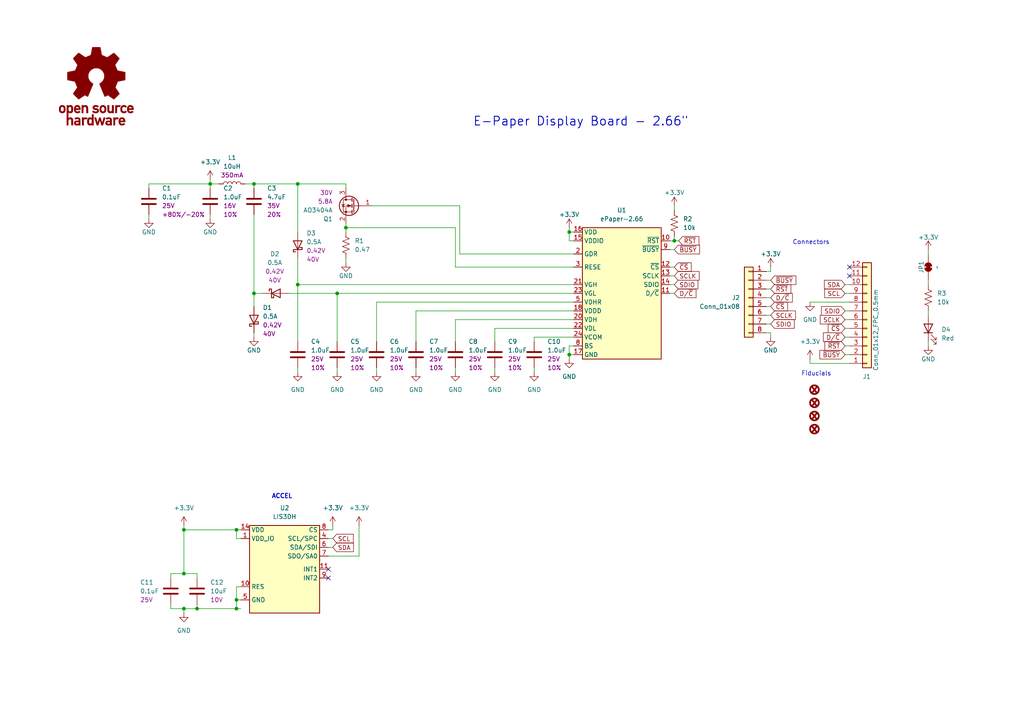
<source format=kicad_sch>
(kicad_sch (version 20231120) (generator "eeschema") (generator_version "8.0")
  (paper "A4")
  (title_block (title "Home Air Epaper Display Schematic") (rev "3.0") (comment 1 "Author: Anton Vandeberge"))
  (lib_symbols
    (symbol "SparkFun-Aesthetic:Fiducial_0.5mm"
      (symbol "Fiducial_0.5mm_1_1"
        (text "x" (at 0 0.254 0) (effects (font (size 2.5 2.5) (bold yes))))
      )
    )
    (symbol "SparkFun-Aesthetic:OSHW_Logo" (pin_names (offset 1.016)) (in_bom no))
    (symbol "SparkFun-Capacitor:0.1uF_0603_25V_20%" (pin_numbers hide) (pin_names (offset 0.254))
      (property "Reference" "C" (at 0.635 2.54 0))
      (property "Value" "0.1uF" (at 0.635 -2.54 0))
      (property "Voltage" "25V" (at 0 -6.35 0))
      (property "Tolerance" "+80%/-20%" (at 0 -8.89 0))
      (symbol "0.1uF_0603_25V_20%_1_1"
        (pin passive line (at 0 3.81 270) (length 2.794) (name "~") (number "1"))
        (pin passive line (at 0 -3.81 90) (length 2.794) (name "~") (number "2"))
      )
    )
    (symbol "SparkFun-Capacitor:1.0uF_0603_16V_10%" (pin_numbers hide) (pin_names (offset 0.254))
      (property "Reference" "C" (at 0.635 2.54 0))
      (property "Value" "1.0uF" (at 0.635 -2.54 0))
      (property "Voltage" "16V" (at 0 -6.35 0))
      (property "Tolerance" "10%" (at 0 -8.89 0))
      (symbol "1.0uF_0603_16V_10%_1_1"
        (pin passive line (at 0 3.81 270) (length 2.794) (name "~") (number "1"))
        (pin passive line (at 0 -3.81 90) (length 2.794) (name "~") (number "2"))
      )
    )
    (symbol "SparkFun-Capacitor:1.0uF_0805_25V_10%" (pin_numbers hide) (pin_names (offset 0.254))
      (property "Reference" "C" (at 0.635 2.54 0))
      (property "Value" "1.0uF" (at 0.635 -2.54 0))
      (property "Voltage" "25V" (at 0 -6.35 0))
      (property "Tolerance" "10%" (at 0 -8.89 0))
      (symbol "1.0uF_0805_25V_10%_1_1"
        (pin passive line (at 0 3.81 270) (length 2.794) (name "~") (number "1"))
        (pin passive line (at 0 -3.81 90) (length 2.794) (name "~") (number "2"))
      )
    )
    (symbol "SparkFun-Capacitor:10uF_0603_10V_20%" (pin_numbers hide) (pin_names (offset 0.254))
      (property "Reference" "C" (at 0.635 2.54 0))
      (property "Value" "10uF" (at 0.635 -2.54 0))
      (property "Voltage" "10V" (at 0 -6.35 0))
      (property "Tolerance" "20%" (at 0 -8.89 0))
      (symbol "10uF_0603_10V_20%_1_1"
        (pin passive line (at 0 3.81 270) (length 2.794) (name "~") (number "1"))
        (pin passive line (at 0 -3.81 90) (length 2.794) (name "~") (number "2"))
      )
    )
    (symbol "SparkFun-Capacitor:4.7uF_0603_35V_20%" (pin_numbers hide) (pin_names (offset 0.254))
      (property "Reference" "C" (at 0.635 2.54 0))
      (property "Value" "4.7uF" (at 0.635 -2.54 0))
      (property "Voltage" "35V" (at 0 -6.35 0))
      (property "Tolerance" "20%" (at 0 -8.89 0))
      (symbol "4.7uF_0603_35V_20%_1_1"
        (pin passive line (at 0 3.81 270) (length 2.794) (name "~") (number "1"))
        (pin passive line (at 0 -3.81 90) (length 2.794) (name "~") (number "2"))
      )
    )
    (symbol "SparkFun-Coil:10uH_0805_0.35A" (pin_numbers hide) (pin_names (offset 1.016) hide)
      (property "Reference" "L" (at 0 2.54 0))
      (property "Value" "10uH" (at 0 -1.27 0))
      (property "Current" "350mA" (at 0 -3.81 0))
      (symbol "10uH_0805_0.35A_1_1"
        (pin passive line (at -3.81 0 0) (length 1.27) (name "1") (number "1"))
        (pin passive line (at 3.81 0 180) (length 1.27) (name "2") (number "2"))
      )
    )
    (symbol "SparkFun-Connector:Conn_01x08" (pin_names (offset 1.016) hide)
      (property "Reference" "J" (at 0 10.16 0))
      (property "Value" "Conn_01x08" (at 0 -12.7 0))
      (symbol "Conn_01x08_1_1"
        (pin passive line (at -5.08 7.62 0) (length 3.81) (name "Pin_1") (number "1"))
        (pin passive line (at -5.08 5.08 0) (length 3.81) (name "Pin_2") (number "2"))
        (pin passive line (at -5.08 2.54 0) (length 3.81) (name "Pin_3") (number "3"))
        (pin passive line (at -5.08 0 0) (length 3.81) (name "Pin_4") (number "4"))
        (pin passive line (at -5.08 -2.54 0) (length 3.81) (name "Pin_5") (number "5"))
        (pin passive line (at -5.08 -5.08 0) (length 3.81) (name "Pin_6") (number "6"))
        (pin passive line (at -5.08 -7.62 0) (length 3.81) (name "Pin_7") (number "7"))
        (pin passive line (at -5.08 -10.16 0) (length 3.81) (name "Pin_8") (number "8"))
      )
    )
    (symbol "SparkFun-Connector:Conn_01x12_FPC_0.5mm" (pin_names (offset 1.016) hide)
      (property "Reference" "J" (at 0 15.24 0))
      (property "Value" "Conn_01x12_FPC_0.5mm" (at 0 -17.78 0))
      (symbol "Conn_01x12_FPC_0.5mm_1_1"
        (pin passive line (at -5.08 12.7 0) (length 3.81) (name "Pin_1") (number "1"))
        (pin passive line (at -5.08 -10.16 0) (length 3.81) (name "Pin_10") (number "10"))
        (pin passive line (at -5.08 -12.7 0) (length 3.81) (name "Pin_11") (number "11"))
        (pin passive line (at -5.08 -15.24 0) (length 3.81) (name "Pin_12") (number "12"))
        (pin passive line (at -5.08 10.16 0) (length 3.81) (name "Pin_2") (number "2"))
        (pin passive line (at -5.08 7.62 0) (length 3.81) (name "Pin_3") (number "3"))
        (pin passive line (at -5.08 5.08 0) (length 3.81) (name "Pin_4") (number "4"))
        (pin passive line (at -5.08 2.54 0) (length 3.81) (name "Pin_5") (number "5"))
        (pin passive line (at -5.08 0 0) (length 3.81) (name "Pin_6") (number "6"))
        (pin passive line (at -5.08 -2.54 0) (length 3.81) (name "Pin_7") (number "7"))
        (pin passive line (at -5.08 -5.08 0) (length 3.81) (name "Pin_8") (number "8"))
        (pin passive line (at -5.08 -7.62 0) (length 3.81) (name "Pin_9") (number "9"))
      )
    )
    (symbol "SparkFun-DiscreteSemi:D_Schottky_0.5A_40V_0.42V" (pin_numbers hide) (pin_names (offset 1.016) hide)
      (property "Reference" "D" (at 0 2.54 0))
      (property "Value" "0.5A" (at 0 -2.54 0))
      (property "VDrop" "0.42V" (at 0 -7.62 0))
      (property "VMax" "40V" (at 0 -5.08 0))
      (symbol "D_Schottky_0.5A_40V_0.42V_1_1"
        (pin passive line (at 3.81 0 180) (length 2.54) (name "A") (number "A"))
        (pin passive line (at -3.81 0 0) (length 2.54) (name "C") (number "C"))
      )
    )
    (symbol "SparkFun-DiscreteSemi:Q_NMOS_5.8A_50V" (pin_names (offset 0) hide)
      (property "Reference" "Q" (at 5.08 1.27 0))
      (property "Value" "AO3404A" (at 5.08 -1.27 0))
      (property "IMax" "5.8A" (at 7.62 -3.81 0))
      (property "VMax" "30V" (at 7.62 -6.35 0))
      (symbol "Q_NMOS_5.8A_50V_1_1"
        (pin input line (at -5.08 0 0) (length 2.54) (name "G") (number "1"))
        (pin passive line (at 2.54 -5.08 90) (length 2.54) (name "S") (number "2"))
        (pin passive line (at 2.54 5.08 270) (length 2.54) (name "D") (number "3"))
      )
    )
    (symbol "SparkFun-Display:ePaper-2.66"
      (property "Reference" "U1" (at 0 22.86 0))
      (property "Value" "ePaper-2.66" (at 0 20.32 0))
      (symbol "ePaper-2.66_1_1"
        (pin no_connect line (at 11.43 -8.89 180) (length 2.54) hide (name "NC") (number "1"))
        (pin input line (at 13.97 13.97 180) (length 2.54) (name "~{RST}") (number "10"))
        (pin input line (at 13.97 -1.27 180) (length 2.54) (name "D/~{C}") (number "11"))
        (pin input line (at 13.97 6.35 180) (length 2.54) (name "~{CS}") (number "12"))
        (pin input line (at 13.97 3.81 180) (length 2.54) (name "SCLK") (number "13"))
        (pin bidirectional line (at 13.97 1.27 180) (length 2.54) (name "SDIO") (number "14"))
        (pin power_in line (at -13.97 13.97 0) (length 2.54) (name "VDDIO") (number "15"))
        (pin power_in line (at -13.97 16.51 0) (length 2.54) (name "VDD") (number "16"))
        (pin power_out line (at -13.97 -19.05 0) (length 2.54) (name "GND") (number "17"))
        (pin power_in line (at -13.97 -6.35 0) (length 2.54) (name "VDDD") (number "18"))
        (pin no_connect line (at 11.43 -19.05 180) (length 2.54) hide (name "NC") (number "19"))
        (pin output line (at -13.97 10.16 0) (length 2.54) (name "GDR") (number "2"))
        (pin power_in line (at -13.97 -8.89 0) (length 2.54) (name "VDH") (number "20"))
        (pin power_in line (at -13.97 1.27 0) (length 2.54) (name "VGH") (number "21"))
        (pin power_in line (at -13.97 -11.43 0) (length 2.54) (name "VDL") (number "22"))
        (pin power_in line (at -13.97 -1.27 0) (length 2.54) (name "VGL") (number "23"))
        (pin power_in line (at -13.97 -13.97 0) (length 2.54) (name "VCOM") (number "24"))
        (pin input line (at -13.97 6.35 0) (length 2.54) (name "RESE") (number "3"))
        (pin no_connect line (at 11.43 -11.43 180) (length 2.54) hide (name "NC") (number "4"))
        (pin power_in line (at -13.97 -3.81 0) (length 2.54) (name "VDHR") (number "5"))
        (pin no_connect line (at 11.43 -13.97 180) (length 2.54) hide (name "NC") (number "6"))
        (pin no_connect line (at 11.43 -16.51 180) (length 2.54) hide (name "NC") (number "7"))
        (pin input line (at -13.97 -16.51 0) (length 2.54) (name "BS") (number "8"))
        (pin output line (at 13.97 11.43 180) (length 2.54) (name "~{BUSY}") (number "9"))
      )
    )
    (symbol "SparkFun-Jumper:SolderJumper_2_Bridged" (pin_numbers hide) (pin_names (offset 0) hide)
      (property "Reference" "JP" (at 0 2.032 0))
      (property "Value" "~" (at 0 -2.54 0))
      (symbol "SolderJumper_2_Bridged_1_1"
        (pin passive line (at -3.81 0 0) (length 2.54) (name "A") (number "1"))
        (pin passive line (at 3.81 0 180) (length 2.54) (name "B") (number "2"))
      )
    )
    (symbol "SparkFun-LED:LED_Red_0603" (pin_numbers hide) (pin_names (offset 1.016) hide)
      (property "Reference" "D" (at 0 2.54 0))
      (property "Value" "Red" (at 0 -2.54 0))
      (symbol "LED_Red_0603_1_1"
        (pin passive line (at -3.81 0 0) (length 2.54) (name "K") (number "1"))
        (pin passive line (at 3.81 0 180) (length 2.54) (name "A") (number "2"))
      )
    )
    (symbol "SparkFun-PowerSymbol:+3.3V" (power) (pin_names (offset 0))
      (property "Value" "+3.3V" (at 0 3.556 0))
      (symbol "+3.3V_1_1"
        (pin power_in line (at 0 0 90) (length 0) hide (name "+3.3V") (number "1"))
      )
    )
    (symbol "SparkFun-PowerSymbol:GND" (power) (pin_names (offset 0))
      (property "Value" "GND" (at 0 -3.81 0))
      (symbol "GND_1_1"
        (pin power_in line (at 0 0 270) (length 0) hide (name "GND") (number "1"))
      )
    )
    (symbol "SparkFun-Resistor:0.47_0603" (pin_numbers hide) (pin_names (offset 0))
      (property "Reference" "R" (at 2.54 0 90))
      (property "Value" "0.47" (at -2.54 0 90))
      (symbol "0.47_0603_1_1"
        (pin passive line (at 0 3.81 270) (length 1.27) (name "~") (number "1"))
        (pin passive line (at 0 -3.81 90) (length 1.27) (name "~") (number "2"))
      )
    )
    (symbol "SparkFun-Resistor:10k_0603" (pin_numbers hide) (pin_names (offset 0))
      (property "Reference" "R" (at 2.54 0 90))
      (property "Value" "10k" (at -2.54 0 90))
      (symbol "10k_0603_1_1"
        (pin passive line (at 0 3.81 270) (length 1.27) (name "~") (number "1"))
        (pin passive line (at 0 -3.81 90) (length 1.27) (name "~") (number "2"))
      )
    )
    (symbol "SparkFun-Sensor:LIS3DH"
      (property "Reference" "U2" (at 0 17.78 0))
      (property "Value" "LIS3DH" (at 0 15.24 0))
      (symbol "LIS3DH_1_1"
        (pin power_in line (at -12.7 8.89 0) (length 2.54) (name "VDD_IO") (number "1"))
        (pin power_in line (at -12.7 -5.08 0) (length 2.54) (name "RES") (number "10"))
        (pin output line (at 12.7 0 180) (length 2.54) (name "INT1") (number "11"))
        (pin power_in line (at -12.7 -8.89 0) (length 2.54) hide (name "GND") (number "12"))
        (pin input line (at 12.7 -11.43 180) (length 2.54) hide (name "ADC3") (number "13"))
        (pin power_in line (at -12.7 11.43 0) (length 2.54) (name "VDD") (number "14"))
        (pin input line (at 12.7 -8.89 180) (length 2.54) hide (name "ADC2") (number "15"))
        (pin input line (at 12.7 -6.35 180) (length 2.54) hide (name "ADC1") (number "16"))
        (pin no_connect line (at 10.16 5.08 180) (length 2.54) hide (name "NC") (number "2"))
        (pin no_connect line (at 10.16 7.62 180) (length 2.54) hide (name "NC") (number "3"))
        (pin input line (at 12.7 8.89 180) (length 2.54) (name "SCL/SPC") (number "4"))
        (pin power_in line (at -12.7 -8.89 0) (length 2.54) (name "GND") (number "5"))
        (pin bidirectional line (at 12.7 6.35 180) (length 2.54) (name "SDA/SDI") (number "6"))
        (pin bidirectional line (at 12.7 3.81 180) (length 2.54) (name "SDO/SA0") (number "7"))
        (pin input line (at 12.7 11.43 180) (length 2.54) (name "CS") (number "8"))
        (pin output line (at 12.7 -2.54 180) (length 2.54) (name "INT2") (number "9"))
      )
    )
    (symbol "power:+3.3V" (power) (pin_names (offset 0))
      (property "Value" "+3.3V" (at 0 3.556 0))
      (symbol "+3.3V_1_1"
        (pin power_in line (at 0 0 90) (length 0) hide (name "+3.3V") (number "1"))
      )
    )
    (symbol "power:GND" (power) (pin_names (offset 0))
      (property "Value" "GND" (at 0 -3.81 0))
      (symbol "GND_1_1"
        (pin power_in line (at 0 0 270) (length 0) hide (name "GND") (number "1"))
      )
    )
  )
  (junction (at 53.34 153.67))
  (junction (at 97.79 85.09))
  (junction (at 73.66 85.09))
  (junction (at 73.66 53.34))
  (junction (at 60.96 53.34))
  (junction (at 165.1 67.31))
  (junction (at 165.1 102.87))
  (junction (at 86.36 53.34))
  (junction (at 195.58 69.85))
  (junction (at 57.15 176.53))
  (junction (at 68.58 153.67))
  (junction (at 68.58 173.99))
  (junction (at 68.58 176.53))
  (junction (at 100.33 66.04))
  (junction (at 53.34 176.53))
  (junction (at 53.34 166.37))
  (junction (at 86.36 82.55))
  (no_connect (at 246.38 80.01))
  (no_connect (at 95.25 167.64))
  (no_connect (at 95.25 165.1))
  (no_connect (at 246.38 77.47))
  (wire (pts (xy 53.34 153.67) (xy 53.34 166.37)))
  (wire (pts (xy 269.24 82.55) (xy 269.24 81.28)))
  (wire (pts (xy 68.58 156.21) (xy 69.85 156.21)))
  (wire (pts (xy 120.65 107.95) (xy 120.65 106.68)))
  (wire (pts (xy 165.1 100.33) (xy 165.1 102.87)))
  (wire (pts (xy 133.35 59.69) (xy 107.95 59.69)))
  (wire (pts (xy 83.82 85.09) (xy 97.79 85.09)))
  (wire (pts (xy 133.35 73.66) (xy 133.35 59.69)))
  (wire (pts (xy 100.33 64.77) (xy 100.33 66.04)))
  (wire (pts (xy 60.96 52.07) (xy 60.96 53.34)))
  (wire (pts (xy 96.52 152.4) (xy 96.52 153.67)))
  (wire (pts (xy 166.37 97.79) (xy 154.94 97.79)))
  (wire (pts (xy 109.22 107.95) (xy 109.22 106.68)))
  (wire (pts (xy 269.24 91.44) (xy 269.24 90.17)))
  (wire (pts (xy 86.36 82.55) (xy 86.36 99.06)))
  (wire (pts (xy 132.08 66.04) (xy 132.08 77.47)))
  (wire (pts (xy 60.96 53.34) (xy 43.18 53.34)))
  (wire (pts (xy 194.31 69.85) (xy 195.58 69.85)))
  (wire (pts (xy 57.15 175.26) (xy 57.15 176.53)))
  (wire (pts (xy 166.37 69.85) (xy 165.1 69.85)))
  (wire (pts (xy 234.95 87.63) (xy 246.38 87.63)))
  (wire (pts (xy 68.58 170.18) (xy 68.58 173.99)))
  (wire (pts (xy 223.52 77.47) (xy 223.52 78.74)))
  (wire (pts (xy 194.31 72.39) (xy 195.58 72.39)))
  (wire (pts (xy 166.37 95.25) (xy 143.51 95.25)))
  (wire (pts (xy 53.34 176.53) (xy 53.34 177.8)))
  (wire (pts (xy 143.51 107.95) (xy 143.51 106.68)))
  (wire (pts (xy 165.1 102.87) (xy 165.1 104.14)))
  (wire (pts (xy 223.52 96.52) (xy 223.52 97.79)))
  (wire (pts (xy 68.58 173.99) (xy 69.85 173.99)))
  (wire (pts (xy 100.33 53.34) (xy 86.36 53.34)))
  (wire (pts (xy 234.95 105.41) (xy 234.95 104.14)))
  (wire (pts (xy 245.11 90.17) (xy 246.38 90.17)))
  (wire (pts (xy 166.37 90.17) (xy 120.65 90.17)))
  (wire (pts (xy 269.24 99.06) (xy 269.24 100.33)))
  (wire (pts (xy 222.25 93.98) (xy 223.52 93.98)))
  (wire (pts (xy 95.25 161.29) (xy 104.14 161.29)))
  (wire (pts (xy 154.94 97.79) (xy 154.94 99.06)))
  (wire (pts (xy 104.14 152.4) (xy 104.14 161.29)))
  (wire (pts (xy 245.11 92.71) (xy 246.38 92.71)))
  (wire (pts (xy 63.5 53.34) (xy 60.96 53.34)))
  (wire (pts (xy 166.37 85.09) (xy 97.79 85.09)))
  (wire (pts (xy 132.08 92.71) (xy 166.37 92.71)))
  (wire (pts (xy 95.25 158.75) (xy 96.52 158.75)))
  (wire (pts (xy 49.53 176.53) (xy 53.34 176.53)))
  (wire (pts (xy 222.25 83.82) (xy 223.52 83.82)))
  (wire (pts (xy 53.34 176.53) (xy 57.15 176.53)))
  (wire (pts (xy 194.31 85.09) (xy 195.58 85.09)))
  (wire (pts (xy 245.11 85.09) (xy 246.38 85.09)))
  (wire (pts (xy 73.66 54.61) (xy 73.66 53.34)))
  (wire (pts (xy 100.33 66.04) (xy 132.08 66.04)))
  (wire (pts (xy 68.58 153.67) (xy 68.58 156.21)))
  (wire (pts (xy 222.25 91.44) (xy 223.52 91.44)))
  (wire (pts (xy 100.33 54.61) (xy 100.33 53.34)))
  (wire (pts (xy 165.1 67.31) (xy 165.1 69.85)))
  (wire (pts (xy 57.15 166.37) (xy 53.34 166.37)))
  (wire (pts (xy 68.58 173.99) (xy 68.58 176.53)))
  (wire (pts (xy 68.58 176.53) (xy 69.85 176.53)))
  (wire (pts (xy 73.66 85.09) (xy 76.2 85.09)))
  (wire (pts (xy 109.22 87.63) (xy 109.22 99.06)))
  (wire (pts (xy 166.37 73.66) (xy 133.35 73.66)))
  (wire (pts (xy 195.58 59.69) (xy 195.58 60.96)))
  (wire (pts (xy 71.12 53.34) (xy 73.66 53.34)))
  (wire (pts (xy 166.37 100.33) (xy 165.1 100.33)))
  (wire (pts (xy 245.11 95.25) (xy 246.38 95.25)))
  (wire (pts (xy 69.85 153.67) (xy 68.58 153.67)))
  (wire (pts (xy 245.11 82.55) (xy 246.38 82.55)))
  (wire (pts (xy 86.36 107.95) (xy 86.36 106.68)))
  (wire (pts (xy 194.31 82.55) (xy 195.58 82.55)))
  (wire (pts (xy 73.66 53.34) (xy 86.36 53.34)))
  (wire (pts (xy 73.66 85.09) (xy 73.66 88.9)))
  (wire (pts (xy 222.25 81.28) (xy 223.52 81.28)))
  (wire (pts (xy 97.79 85.09) (xy 97.79 99.06)))
  (wire (pts (xy 166.37 77.47) (xy 132.08 77.47)))
  (wire (pts (xy 195.58 68.58) (xy 195.58 69.85)))
  (wire (pts (xy 68.58 153.67) (xy 53.34 153.67)))
  (wire (pts (xy 166.37 102.87) (xy 165.1 102.87)))
  (wire (pts (xy 245.11 100.33) (xy 246.38 100.33)))
  (wire (pts (xy 60.96 63.5) (xy 60.96 62.23)))
  (wire (pts (xy 53.34 166.37) (xy 49.53 166.37)))
  (wire (pts (xy 222.25 88.9) (xy 223.52 88.9)))
  (wire (pts (xy 43.18 53.34) (xy 43.18 54.61)))
  (wire (pts (xy 53.34 152.4) (xy 53.34 153.67)))
  (wire (pts (xy 132.08 92.71) (xy 132.08 99.06)))
  (wire (pts (xy 49.53 166.37) (xy 49.53 167.64)))
  (wire (pts (xy 165.1 66.04) (xy 165.1 67.31)))
  (wire (pts (xy 143.51 95.25) (xy 143.51 99.06)))
  (wire (pts (xy 69.85 170.18) (xy 68.58 170.18)))
  (wire (pts (xy 195.58 69.85) (xy 196.85 69.85)))
  (wire (pts (xy 100.33 66.04) (xy 100.33 67.31)))
  (wire (pts (xy 86.36 74.93) (xy 86.36 82.55)))
  (wire (pts (xy 97.79 107.95) (xy 97.79 106.68)))
  (wire (pts (xy 222.25 78.74) (xy 223.52 78.74)))
  (wire (pts (xy 166.37 67.31) (xy 165.1 67.31)))
  (wire (pts (xy 194.31 77.47) (xy 195.58 77.47)))
  (wire (pts (xy 100.33 74.93) (xy 100.33 76.2)))
  (wire (pts (xy 166.37 87.63) (xy 109.22 87.63)))
  (wire (pts (xy 245.11 97.79) (xy 246.38 97.79)))
  (wire (pts (xy 49.53 176.53) (xy 49.53 175.26)))
  (wire (pts (xy 95.25 153.67) (xy 96.52 153.67)))
  (wire (pts (xy 95.25 156.21) (xy 96.52 156.21)))
  (wire (pts (xy 269.24 72.39) (xy 269.24 73.66)))
  (wire (pts (xy 43.18 63.5) (xy 43.18 62.23)))
  (wire (pts (xy 246.38 105.41) (xy 234.95 105.41)))
  (wire (pts (xy 132.08 107.95) (xy 132.08 106.68)))
  (wire (pts (xy 194.31 80.01) (xy 195.58 80.01)))
  (wire (pts (xy 60.96 53.34) (xy 60.96 54.61)))
  (wire (pts (xy 57.15 167.64) (xy 57.15 166.37)))
  (wire (pts (xy 222.25 96.52) (xy 223.52 96.52)))
  (wire (pts (xy 222.25 86.36) (xy 223.52 86.36)))
  (wire (pts (xy 73.66 97.79) (xy 73.66 96.52)))
  (wire (pts (xy 86.36 82.55) (xy 166.37 82.55)))
  (wire (pts (xy 245.11 102.87) (xy 246.38 102.87)))
  (wire (pts (xy 120.65 90.17) (xy 120.65 99.06)))
  (wire (pts (xy 57.15 176.53) (xy 68.58 176.53)))
  (wire (pts (xy 154.94 107.95) (xy 154.94 106.68)))
  (wire (pts (xy 86.36 53.34) (xy 86.36 67.31)))
  (wire (pts (xy 73.66 62.23) (xy 73.66 85.09)))
  (text "Fiducials" (at 232.41 109.22 0) (effects (font (size 1.27 1.27)) (justify left bottom)))
  (text "E-Paper Display Board - 2.66\"\n" (at 137.16 36.83 0) (effects (font (size 2.54 2.54) (thickness 0.254) (bold yes)) (justify left bottom)))
  (text "ACCEL" (at 78.74 144.78 0) (effects (font (size 1.27 1.27) (thickness 0.254) (bold yes)) (justify left bottom)))
  (text "Connectors" (at 229.87 71.12 0) (effects (font (size 1.27 1.27)) (justify left bottom)))
  (global_label "~{RST}" (shape input) (at 245.11 100.33 180) (property "Intersheetrefs" "${INTERSHEET_REFS}" (effects (hide yes))))
  (global_label "SDIO" (shape input) (at 245.11 90.17 180) (property "Intersheetrefs" "${INTERSHEET_REFS}" (effects (hide yes))))
  (global_label "SDIO" (shape input) (at 223.52 93.98 0) (property "Intersheetrefs" "${INTERSHEET_REFS}" (effects (hide yes))))
  (global_label "SCLK" (shape input) (at 223.52 91.44 0) (property "Intersheetrefs" "${INTERSHEET_REFS}" (effects (hide yes))))
  (global_label "SCL" (shape input) (at 245.11 85.09 180) (property "Intersheetrefs" "${INTERSHEET_REFS}" (effects (hide yes))))
  (global_label "~{RST}" (shape input) (at 223.52 83.82 0) (property "Intersheetrefs" "${INTERSHEET_REFS}" (effects (hide yes))))
  (global_label "SDIO" (shape input) (at 195.58 82.55 0) (property "Intersheetrefs" "${INTERSHEET_REFS}" (effects (hide yes))))
  (global_label "SCL" (shape input) (at 96.52 156.21 0) (property "Intersheetrefs" "${INTERSHEET_REFS}" (effects (hide yes))))
  (global_label "~{CS}" (shape input) (at 245.11 95.25 180) (property "Intersheetrefs" "${INTERSHEET_REFS}" (effects (hide yes))))
  (global_label "~{CS}" (shape input) (at 223.52 88.9 0) (property "Intersheetrefs" "${INTERSHEET_REFS}" (effects (hide yes))))
  (global_label "D{slash}~{C}" (shape input) (at 195.58 85.09 0) (property "Intersheetrefs" "${INTERSHEET_REFS}" (effects (hide yes))))
  (global_label "SDA" (shape input) (at 245.11 82.55 180) (property "Intersheetrefs" "${INTERSHEET_REFS}" (effects (hide yes))))
  (global_label "~{CS}" (shape input) (at 195.58 77.47 0) (property "Intersheetrefs" "${INTERSHEET_REFS}" (effects (hide yes))))
  (global_label "D{slash}~{C}" (shape input) (at 223.52 86.36 0) (property "Intersheetrefs" "${INTERSHEET_REFS}" (effects (hide yes))))
  (global_label "SCLK" (shape input) (at 245.11 92.71 180) (property "Intersheetrefs" "${INTERSHEET_REFS}" (effects (hide yes))))
  (global_label "SCLK" (shape input) (at 195.58 80.01 0) (property "Intersheetrefs" "${INTERSHEET_REFS}" (effects (hide yes))))
  (global_label "~{BUSY}" (shape input) (at 223.52 81.28 0) (property "Intersheetrefs" "${INTERSHEET_REFS}" (effects (hide yes))))
  (global_label "D{slash}~{C}" (shape input) (at 245.11 97.79 180) (property "Intersheetrefs" "${INTERSHEET_REFS}" (effects (hide yes))))
  (global_label "~{BUSY}" (shape input) (at 245.11 102.87 180) (property "Intersheetrefs" "${INTERSHEET_REFS}" (effects (hide yes))))
  (global_label "~{BUSY}" (shape input) (at 195.58 72.39 0) (property "Intersheetrefs" "${INTERSHEET_REFS}" (effects (hide yes))))
  (global_label "~{RST}" (shape input) (at 196.85 69.85 0) (property "Intersheetrefs" "${INTERSHEET_REFS}" (effects (hide yes))))
  (global_label "SDA" (shape input) (at 96.52 158.75 0) (property "Intersheetrefs" "${INTERSHEET_REFS}" (effects (hide yes))))
  (symbol (lib_id "SparkFun-PowerSymbol:GND") (at 100.33 76.2 0) (unit 1)
    (property "Reference" "#PWR07" (effects (hide yes)))
    (property "Value" "GND" (at 100.33 80.01 0))
  )
  (symbol (lib_id "SparkFun-Jumper:SolderJumper_2_Bridged") (at 269.24 77.47 90) (unit 1)
    (property "Reference" "JP1" (at 267.208 77.47 0))
    (property "Value" "~" (at 271.78 77.47 0))
    (property "Footprint" "SparkFun-Jumper:SMT-JUMPER_2_NC_TRACE_SILK" (effects (hide yes)))
  )
  (symbol (lib_id "SparkFun-Capacitor:1.0uF_0805_25V_10%") (at 97.79 102.87 0) (unit 1)
    (property "Reference" "C5" (at 101.6 99.06 0) (effects (justify left)))
    (property "Value" "1.0uF" (at 101.6 101.6 0) (effects (justify left)))
    (property "Footprint" "SparkFun-Capacitor:C_0805_2012Metric" (effects (hide yes)))
    (property "Datasheet" "https://cdn.sparkfun.com/assets/8/a/4/a/5/Kemet_Capacitor_Datasheet.pdf" (effects (hide yes)))
    (property "PROD_ID" "CAP-08064" (effects (hide yes)))
    (property "Voltage" "25V" (at 101.6 104.14 0) (effects (justify left)))
    (property "Tolerance" "10%" (at 101.6 106.68 0) (effects (justify left)))
  )
  (symbol (lib_id "SparkFun-PowerSymbol:+3.3V") (at 223.52 77.47 0) (unit 1)
    (property "Reference" "#PWR018" (effects (hide yes)))
    (property "Value" "+3.3V" (at 223.52 73.66 0))
  )
  (symbol (lib_id "SparkFun-PowerSymbol:GND") (at 60.96 63.5 0) (unit 1)
    (property "Reference" "#PWR03" (effects (hide yes)))
    (property "Value" "GND" (at 60.96 67.31 0))
  )
  (symbol (lib_id "SparkFun-DiscreteSemi:D_Schottky_0.5A_40V_0.42V") (at 86.36 71.12 90) (unit 1)
    (property "Reference" "D3" (at 88.9 67.6275 90) (effects (justify right)))
    (property "Value" "0.5A" (at 88.9 70.1675 90) (effects (justify right)))
    (property "Footprint" "SparkFun-Semiconductor-Standard:SOD-323" (effects (hide yes)))
    (property "Datasheet" "https://assets.nexperia.com/documents/data-sheet/PMEG4005EJ.pdf" (effects (hide yes)))
    (property "PROD_ID" "DIO-10955" (effects (hide yes)))
    (property "VDrop" "0.42V" (at 88.9 72.7075 90) (effects (justify right)))
    (property "VMax" "40V" (at 88.9 75.2475 90) (effects (justify right)))
  )
  (symbol (lib_id "SparkFun-Capacitor:1.0uF_0805_25V_10%") (at 132.08 102.87 0) (unit 1)
    (property "Reference" "C8" (at 135.89 99.06 0) (effects (justify left)))
    (property "Value" "1.0uF" (at 135.89 101.6 0) (effects (justify left)))
    (property "Footprint" "SparkFun-Capacitor:C_0805_2012Metric" (effects (hide yes)))
    (property "Datasheet" "https://cdn.sparkfun.com/assets/8/a/4/a/5/Kemet_Capacitor_Datasheet.pdf" (effects (hide yes)))
    (property "PROD_ID" "CAP-08064" (effects (hide yes)))
    (property "Voltage" "25V" (at 135.89 104.14 0) (effects (justify left)))
    (property "Tolerance" "10%" (at 135.89 106.68 0) (effects (justify left)))
  )
  (symbol (lib_id "power:GND") (at 53.34 177.8 0) (unit 1)
    (property "Reference" "#PWR023" (effects (hide yes)))
    (property "Value" "GND" (at 53.34 182.88 0))
  )
  (symbol (lib_id "power:GND") (at 234.95 87.63 0) (unit 1)
    (property "Reference" "#PWR017" (effects (hide yes)))
    (property "Value" "GND" (at 234.95 92.71 0))
  )
  (symbol (lib_id "SparkFun-Capacitor:0.1uF_0603_25V_20%") (at 49.53 171.45 0) (unit 1)
    (property "Reference" "C11" (at 40.64 168.91 0) (effects (justify left)))
    (property "Value" "0.1uF" (at 40.64 171.45 0) (effects (justify left)))
    (property "Footprint" "SparkFun-Capacitor:C_0603_1608Metric" (effects (hide yes)))
    (property "Datasheet" "https://cdn.sparkfun.com/assets/8/a/4/a/5/Kemet_Capacitor_Datasheet.pdf" (effects (hide yes)))
    (property "PROD_ID" "CAP-00810" (effects (hide yes)))
    (property "Voltage" "25V" (at 40.64 173.99 0) (effects (justify left)))
    (property "Tolerance" "+80%/-20%" (effects (hide yes)))
  )
  (symbol (lib_id "SparkFun-PowerSymbol:+3.3V") (at 234.95 104.14 0) (unit 1)
    (property "Reference" "#PWR016" (effects (hide yes)))
    (property "Value" "+3.3V" (at 234.95 99.06 0))
  )
  (symbol (lib_id "SparkFun-Aesthetic:OSHW_Logo") (at 27.94 29.21 0) (unit 1) (in_bom no)
    (property "Reference" "G1" (effects (hide yes)))
    (property "Value" "OSHW_Logo" (effects (hide yes)))
    (property "Footprint" "SparkFun-Aesthetic:Creative_Commons_License" (effects (hide yes)))
  )
  (symbol (lib_id "SparkFun-Coil:10uH_0805_0.35A") (at 67.31 53.34 0) (unit 1)
    (property "Reference" "L1" (at 67.31 45.72 0))
    (property "Value" "10uH" (at 67.31 48.26 0))
    (property "Footprint" "SparkFun-Capacitor:C_0805_2012Metric" (effects (hide yes)))
    (property "PROD_ID" "NDUC-19198" (effects (hide yes)))
    (property "Current" "350mA" (at 67.31 50.8 0))
  )
  (symbol (lib_id "SparkFun-LED:LED_Red_0603") (at 269.24 95.25 90) (unit 1)
    (property "Reference" "D4" (at 273.05 95.5675 90) (effects (justify right)))
    (property "Value" "Red" (at 273.05 98.1075 90) (effects (justify right)))
    (property "Footprint" "SparkFun-LED:LED_0603_1608Metric" (effects (hide yes)))
    (property "Datasheet" "https://docs.broadcom.com/docs/AV02-0551EN" (effects (hide yes)))
    (property "PROD_ID" "DIO-17976" (effects (hide yes)))
  )
  (symbol (lib_id "SparkFun-Capacitor:1.0uF_0805_25V_10%") (at 86.36 102.87 0) (unit 1)
    (property "Reference" "C4" (at 90.17 99.06 0) (effects (justify left)))
    (property "Value" "1.0uF" (at 90.17 101.6 0) (effects (justify left)))
    (property "Footprint" "SparkFun-Capacitor:C_0805_2012Metric" (effects (hide yes)))
    (property "Datasheet" "https://cdn.sparkfun.com/assets/8/a/4/a/5/Kemet_Capacitor_Datasheet.pdf" (effects (hide yes)))
    (property "PROD_ID" "CAP-08064" (effects (hide yes)))
    (property "Voltage" "25V" (at 90.17 104.14 0) (effects (justify left)))
    (property "Tolerance" "10%" (at 90.17 106.68 0) (effects (justify left)))
  )
  (symbol (lib_id "SparkFun-Aesthetic:Fiducial_0.5mm") (at 236.22 113.03 0) (unit 1)
    (property "Reference" "FID1" (effects (hide yes)))
    (property "Value" "Fiducial_0.5mm" (effects (hide yes)))
    (property "Footprint" "SparkFun-Aesthetic:Fiducial_0.5mm_Mask1mm" (effects (hide yes)))
  )
  (symbol (lib_id "power:GND") (at 269.24 100.33 0) (unit 1)
    (property "Reference" "#PWR021" (effects (hide yes)))
    (property "Value" "GND" (at 269.24 104.14 0))
  )
  (symbol (lib_id "SparkFun-Capacitor:1.0uF_0805_25V_10%") (at 154.94 102.87 0) (unit 1)
    (property "Reference" "C10" (at 158.75 99.06 0) (effects (justify left)))
    (property "Value" "1.0uF" (at 158.75 101.6 0) (effects (justify left)))
    (property "Footprint" "SparkFun-Capacitor:C_0805_2012Metric" (effects (hide yes)))
    (property "Datasheet" "https://cdn.sparkfun.com/assets/8/a/4/a/5/Kemet_Capacitor_Datasheet.pdf" (effects (hide yes)))
    (property "PROD_ID" "CAP-08064" (effects (hide yes)))
    (property "Voltage" "25V" (at 158.75 104.14 0) (effects (justify left)))
    (property "Tolerance" "10%" (at 158.75 106.68 0) (effects (justify left)))
  )
  (symbol (lib_id "SparkFun-PowerSymbol:GND") (at 223.52 97.79 0) (unit 1)
    (property "Reference" "#PWR019" (effects (hide yes)))
    (property "Value" "GND" (at 223.52 101.6 0))
  )
  (symbol (lib_id "SparkFun-PowerSymbol:+3.3V") (at 60.96 52.07 0) (unit 1)
    (property "Reference" "#PWR02" (effects (hide yes)))
    (property "Value" "+3.3V" (at 60.96 46.99 0))
  )
  (symbol (lib_id "SparkFun-Capacitor:10uF_0603_10V_20%") (at 57.15 171.45 0) (unit 1)
    (property "Reference" "C12" (at 60.96 168.91 0) (effects (justify left)))
    (property "Value" "10uF" (at 60.96 171.45 0) (effects (justify left)))
    (property "Footprint" "SparkFun-Capacitor:C_0603_1608Metric" (effects (hide yes)))
    (property "Datasheet" "https://cdn.sparkfun.com/assets/8/a/4/a/5/Kemet_Capacitor_Datasheet.pdf" (effects (hide yes)))
    (property "PROD_ID" "CAP-20155" (effects (hide yes)))
    (property "Voltage" "10V" (at 60.96 173.99 0) (effects (justify left)))
    (property "Tolerance" "20%" (effects (hide yes)))
  )
  (symbol (lib_id "SparkFun-PowerSymbol:GND") (at 143.51 107.95 0) (unit 1)
    (property "Reference" "#PWR011" (effects (hide yes)))
    (property "Value" "GND" (at 143.51 113.03 0))
  )
  (symbol (lib_id "SparkFun-PowerSymbol:+3.3V") (at 53.34 152.4 0) (unit 1)
    (property "Reference" "#PWR022" (effects (hide yes)))
    (property "Value" "+3.3V" (at 53.34 147.32 0))
  )
  (symbol (lib_id "SparkFun-Aesthetic:Fiducial_0.5mm") (at 236.22 120.65 0) (unit 1)
    (property "Reference" "FID3" (effects (hide yes)))
    (property "Value" "Fiducial_0.5mm" (effects (hide yes)))
    (property "Footprint" "SparkFun-Aesthetic:Fiducial_0.5mm_Mask1mm" (effects (hide yes)))
  )
  (symbol (lib_id "SparkFun-PowerSymbol:GND") (at 43.18 63.5 0) (unit 1)
    (property "Reference" "#PWR01" (effects (hide yes)))
    (property "Value" "GND" (at 43.18 67.31 0))
  )
  (symbol (lib_id "SparkFun-PowerSymbol:GND") (at 109.22 107.95 0) (unit 1)
    (property "Reference" "#PWR08" (effects (hide yes)))
    (property "Value" "GND" (at 109.22 113.03 0))
  )
  (symbol (lib_id "SparkFun-PowerSymbol:+3.3V") (at 195.58 59.69 0) (unit 1)
    (property "Reference" "#PWR015" (effects (hide yes)))
    (property "Value" "+3.3V" (at 195.58 55.88 0))
  )
  (symbol (lib_id "SparkFun-Connector:Conn_01x08") (at 217.17 86.36 0) (mirror y) (unit 1)
    (property "Reference" "J2" (at 214.63 86.36 0) (effects (justify left)))
    (property "Value" "Conn_01x08" (at 214.63 88.9 0) (effects (justify left)))
    (property "Footprint" "SparkFun-Connector:1X08" (effects (hide yes)))
  )
  (symbol (lib_id "SparkFun-PowerSymbol:GND") (at 132.08 107.95 0) (unit 1)
    (property "Reference" "#PWR010" (effects (hide yes)))
    (property "Value" "GND" (at 132.08 113.03 0))
  )
  (symbol (lib_id "SparkFun-Capacitor:1.0uF_0805_25V_10%") (at 143.51 102.87 0) (unit 1)
    (property "Reference" "C9" (at 147.32 99.06 0) (effects (justify left)))
    (property "Value" "1.0uF" (at 147.32 101.6 0) (effects (justify left)))
    (property "Footprint" "SparkFun-Capacitor:C_0805_2012Metric" (effects (hide yes)))
    (property "Datasheet" "https://cdn.sparkfun.com/assets/8/a/4/a/5/Kemet_Capacitor_Datasheet.pdf" (effects (hide yes)))
    (property "PROD_ID" "CAP-08064" (effects (hide yes)))
    (property "Voltage" "25V" (at 147.32 104.14 0) (effects (justify left)))
    (property "Tolerance" "10%" (at 147.32 106.68 0) (effects (justify left)))
  )
  (symbol (lib_id "SparkFun-PowerSymbol:GND") (at 97.79 107.95 0) (unit 1)
    (property "Reference" "#PWR06" (effects (hide yes)))
    (property "Value" "GND" (at 97.79 113.03 0))
  )
  (symbol (lib_id "power:+3.3V") (at 269.24 72.39 0) (unit 1)
    (property "Reference" "#PWR020" (effects (hide yes)))
    (property "Value" "+3.3V" (at 269.24 68.834 0))
  )
  (symbol (lib_id "SparkFun-PowerSymbol:GND") (at 86.36 107.95 0) (unit 1)
    (property "Reference" "#PWR05" (effects (hide yes)))
    (property "Value" "GND" (at 86.36 113.03 0))
  )
  (symbol (lib_id "SparkFun-PowerSymbol:GND") (at 165.1 104.14 0) (unit 1)
    (property "Reference" "#PWR014" (effects (hide yes)))
    (property "Value" "GND" (at 165.1 109.22 0))
  )
  (symbol (lib_id "SparkFun-DiscreteSemi:D_Schottky_0.5A_40V_0.42V") (at 80.01 85.09 0) (unit 1)
    (property "Reference" "D2" (at 79.6925 73.66 0))
    (property "Value" "0.5A" (at 79.6925 76.2 0))
    (property "Footprint" "SparkFun-Semiconductor-Standard:SOD-323" (effects (hide yes)))
    (property "Datasheet" "https://assets.nexperia.com/documents/data-sheet/PMEG4005EJ.pdf" (effects (hide yes)))
    (property "PROD_ID" "DIO-10955" (effects (hide yes)))
    (property "VDrop" "0.42V" (at 79.6925 78.74 0))
    (property "VMax" "40V" (at 79.6925 81.28 0))
  )
  (symbol (lib_id "SparkFun-Aesthetic:Fiducial_0.5mm") (at 236.22 116.84 0) (unit 1)
    (property "Reference" "FID2" (effects (hide yes)))
    (property "Value" "Fiducial_0.5mm" (effects (hide yes)))
    (property "Footprint" "SparkFun-Aesthetic:Fiducial_0.5mm_Mask1mm" (effects (hide yes)))
  )
  (symbol (lib_id "SparkFun-PowerSymbol:+3.3V") (at 165.1 66.04 0) (unit 1)
    (property "Reference" "#PWR013" (effects (hide yes)))
    (property "Value" "+3.3V" (at 165.1 62.23 0))
  )
  (symbol (lib_id "SparkFun-PowerSymbol:+3.3V") (at 104.14 152.4 0) (unit 1)
    (property "Reference" "#PWR026" (effects (hide yes)))
    (property "Value" "+3.3V" (at 104.14 147.32 0))
  )
  (symbol (lib_id "SparkFun-Connector:Conn_01x12_FPC_0.5mm") (at 251.46 92.71 0) (mirror x) (unit 1)
    (property "Reference" "J1" (at 250.19 109.22 0) (effects (justify left)))
    (property "Value" "Conn_01x12_FPC_0.5mm" (at 254 83.82 90) (effects (justify left)))
    (property "Footprint" "SparkFun-Connector:FPC_12_0.5MM" (effects (hide yes)))
  )
  (symbol (lib_id "SparkFun-Capacitor:4.7uF_0603_35V_20%") (at 73.66 58.42 0) (unit 1)
    (property "Reference" "C3" (at 77.47 54.61 0) (effects (justify left)))
    (property "Value" "4.7uF" (at 77.47 57.15 0) (effects (justify left)))
    (property "Footprint" "SparkFun-Capacitor:C_0603_1608Metric" (effects (hide yes)))
    (property "Datasheet" "https://cdn.sparkfun.com/assets/8/a/4/a/5/Kemet_Capacitor_Datasheet.pdf" (effects (hide yes)))
    (property "PROD_ID" "CAP-14106" (effects (hide yes)))
    (property "Voltage" "35V" (at 77.47 59.69 0) (effects (justify left)))
    (property "Tolerance" "20%" (at 77.47 62.23 0) (effects (justify left)))
  )
  (symbol (lib_id "SparkFun-Resistor:10k_0603") (at 195.58 64.77 0) (unit 1)
    (property "Reference" "R2" (at 198.12 63.5 0) (effects (justify left)))
    (property "Value" "10k" (at 198.12 66.04 0) (effects (justify left)))
    (property "Footprint" "SparkFun-Resistor:R_0603_1608Metric" (effects (hide yes)))
    (property "Datasheet" "https://www.vishay.com/docs/20035/dcrcwe3.pdf" (effects (hide yes)))
    (property "PROD_ID" "RES-00824" (effects (hide yes)))
  )
  (symbol (lib_id "SparkFun-PowerSymbol:GND") (at 120.65 107.95 0) (unit 1)
    (property "Reference" "#PWR09" (effects (hide yes)))
    (property "Value" "GND" (at 120.65 113.03 0))
  )
  (symbol (lib_id "SparkFun-Display:ePaper-2.66") (at 180.34 83.82 0) (unit 1)
    (property "Reference" "U1" (at 180.34 60.96 0))
    (property "Value" "ePaper-2.66" (at 180.34 63.5 0))
    (property "Footprint" "SparkFun-Display:ePaper-2.66" (effects (hide yes)))
    (property "Datasheet" "https://www.pervasivedisplays.com/wp-content/uploads/2021/12/1P227-00_03_E2213JS0C1-E2213JS0C2_20210820.pdf" (effects (hide yes)))
    (property "PROD_ID" "CONN-14195" (effects (hide yes)))
    (property "Connector" "https://www.atom-connector.com/uploads/H2.55.pdf" (effects (hide yes)))
  )
  (symbol (lib_id "SparkFun-Capacitor:0.1uF_0603_25V_20%") (at 43.18 58.42 0) (unit 1)
    (property "Reference" "C1" (at 46.99 54.61 0) (effects (justify left)))
    (property "Value" "0.1uF" (at 46.99 57.15 0) (effects (justify left)))
    (property "Footprint" "SparkFun-Capacitor:C_0603_1608Metric" (effects (hide yes)))
    (property "Datasheet" "https://cdn.sparkfun.com/assets/8/a/4/a/5/Kemet_Capacitor_Datasheet.pdf" (effects (hide yes)))
    (property "PROD_ID" "CAP-00810" (effects (hide yes)))
    (property "Voltage" "25V" (at 46.99 59.69 0) (effects (justify left)))
    (property "Tolerance" "+80%/-20%" (at 46.99 62.23 0) (effects (justify left)))
  )
  (symbol (lib_id "SparkFun-PowerSymbol:+3.3V") (at 96.52 152.4 0) (unit 1)
    (property "Reference" "#PWR024" (effects (hide yes)))
    (property "Value" "+3.3V" (at 96.52 147.32 0))
  )
  (symbol (lib_id "SparkFun-Sensor:LIS3DH") (at 82.55 165.1 0) (unit 1)
    (property "Reference" "U2" (at 82.55 147.32 0))
    (property "Value" "LIS3DH" (at 82.55 149.86 0))
    (property "Footprint" "Package_LGA:LGA-16_3x3mm_P0.5mm_LayoutBorder3x5y" (effects (hide yes)))
    (property "Datasheet" "https://www.st.com/resource/en/datasheet/cd00274221.pdf" (effects (hide yes)))
    (property "Prod_ID" "IC-13419" (effects (hide yes)))
  )
  (symbol (lib_id "SparkFun-Capacitor:1.0uF_0805_25V_10%") (at 109.22 102.87 0) (unit 1)
    (property "Reference" "C6" (at 113.03 99.06 0) (effects (justify left)))
    (property "Value" "1.0uF" (at 113.03 101.6 0) (effects (justify left)))
    (property "Footprint" "SparkFun-Capacitor:C_0805_2012Metric" (effects (hide yes)))
    (property "Datasheet" "https://cdn.sparkfun.com/assets/8/a/4/a/5/Kemet_Capacitor_Datasheet.pdf" (effects (hide yes)))
    (property "PROD_ID" "CAP-08064" (effects (hide yes)))
    (property "Voltage" "25V" (at 113.03 104.14 0) (effects (justify left)))
    (property "Tolerance" "10%" (at 113.03 106.68 0) (effects (justify left)))
  )
  (symbol (lib_id "SparkFun-Resistor:0.47_0603") (at 100.33 71.12 180) (unit 1)
    (property "Reference" "R1" (at 102.87 69.85 0) (effects (justify right)))
    (property "Value" "0.47" (at 102.87 72.39 0) (effects (justify right)))
    (property "Footprint" "SparkFun-Resistor:R_0603_1608Metric" (effects (hide yes)))
    (property "Datasheet" "https://industrial.panasonic.com/cdbs/www-data/pdf/RDN0000/AOA0000C313.pdf" (effects (hide yes)))
    (property "PROD_ID" "RES-20715" (effects (hide yes)))
  )
  (symbol (lib_id "SparkFun-Aesthetic:Fiducial_0.5mm") (at 236.22 124.46 0) (unit 1)
    (property "Reference" "FID4" (effects (hide yes)))
    (property "Value" "Fiducial_0.5mm" (effects (hide yes)))
    (property "Footprint" "SparkFun-Aesthetic:Fiducial_0.5mm_Mask1mm" (effects (hide yes)))
  )
  (symbol (lib_id "SparkFun-Capacitor:1.0uF_0603_16V_10%") (at 60.96 58.42 0) (unit 1)
    (property "Reference" "C2" (at 64.77 54.61 0) (effects (justify left)))
    (property "Value" "1.0uF" (at 64.77 57.15 0) (effects (justify left)))
    (property "Footprint" "SparkFun-Capacitor:C_0603_1608Metric" (effects (hide yes)))
    (property "Datasheet" "https://cdn.sparkfun.com/assets/8/a/4/a/5/Kemet_Capacitor_Datasheet.pdf" (effects (hide yes)))
    (property "PROD_ID" "CAP-13930" (effects (hide yes)))
    (property "Voltage" "16V" (at 64.77 59.69 0) (effects (justify left)))
    (property "Tolerance" "10%" (at 64.77 62.23 0) (effects (justify left)))
  )
  (symbol (lib_id "SparkFun-PowerSymbol:GND") (at 154.94 107.95 0) (unit 1)
    (property "Reference" "#PWR012" (effects (hide yes)))
    (property "Value" "GND" (at 154.94 113.03 0))
  )
  (symbol (lib_id "SparkFun-DiscreteSemi:Q_NMOS_5.8A_50V") (at 102.87 59.69 0) (mirror y) (unit 1)
    (property "Reference" "Q1" (at 96.52 63.5 0) (effects (justify left)))
    (property "Value" "AO3404A" (at 96.52 60.96 0) (effects (justify left)))
    (property "Footprint" "SparkFun-Semiconductor-Standard:SOT23-3" (effects (hide yes)))
    (property "Datasheet" "https://mm.digikey.com/Volume0/opasdata/d220001/medias/docus/4850/DS_785_AO3404A.pdf" (effects (hide yes)))
    (property "PROD_ID" "TRANS-12988" (effects (hide yes)))
    (property "IMax" "5.8A" (at 96.52 58.42 0) (effects (justify left)))
    (property "VMax" "30V" (at 96.52 55.88 0) (effects (justify left)))
  )
  (symbol (lib_id "SparkFun-Resistor:10k_0603") (at 269.24 86.36 180) (unit 1)
    (property "Reference" "R3" (at 271.78 85.09 0) (effects (justify right)))
    (property "Value" "10k" (at 271.78 87.63 0) (effects (justify right)))
    (property "Footprint" "SparkFun-Resistor:R_0603_1608Metric" (effects (hide yes)))
    (property "Datasheet" "https://www.vishay.com/docs/20035/dcrcwe3.pdf" (effects (hide yes)))
    (property "PROD_ID" "RES-00824" (effects (hide yes)))
  )
  (symbol (lib_id "SparkFun-PowerSymbol:GND") (at 73.66 97.79 0) (unit 1)
    (property "Reference" "#PWR04" (effects (hide yes)))
    (property "Value" "GND" (at 73.66 101.6 0))
  )
  (symbol (lib_id "SparkFun-DiscreteSemi:D_Schottky_0.5A_40V_0.42V") (at 73.66 92.71 90) (unit 1)
    (property "Reference" "D1" (at 76.2 89.2175 90) (effects (justify right)))
    (property "Value" "0.5A" (at 76.2 91.7575 90) (effects (justify right)))
    (property "Footprint" "SparkFun-Semiconductor-Standard:SOD-323" (effects (hide yes)))
    (property "Datasheet" "https://assets.nexperia.com/documents/data-sheet/PMEG4005EJ.pdf" (effects (hide yes)))
    (property "PROD_ID" "DIO-10955" (effects (hide yes)))
    (property "VDrop" "0.42V" (at 76.2 94.2975 90) (effects (justify right)))
    (property "VMax" "40V" (at 76.2 96.8375 90) (effects (justify right)))
  )
  (symbol (lib_id "SparkFun-Capacitor:1.0uF_0805_25V_10%") (at 120.65 102.87 0) (unit 1)
    (property "Reference" "C7" (at 124.46 99.06 0) (effects (justify left)))
    (property "Value" "1.0uF" (at 124.46 101.6 0) (effects (justify left)))
    (property "Footprint" "SparkFun-Capacitor:C_0805_2012Metric" (effects (hide yes)))
    (property "Datasheet" "https://cdn.sparkfun.com/assets/8/a/4/a/5/Kemet_Capacitor_Datasheet.pdf" (effects (hide yes)))
    (property "PROD_ID" "CAP-08064" (effects (hide yes)))
    (property "Voltage" "25V" (at 124.46 104.14 0) (effects (justify left)))
    (property "Tolerance" "10%" (at 124.46 106.68 0) (effects (justify left)))
  )
)
</source>
